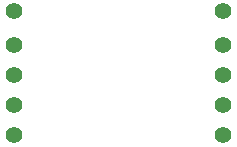
<source format=gbs>
G04 (created by PCBNEW (2013-07-07 BZR 4022)-stable) date 9/12/2014 12:20:54 AM*
%MOIN*%
G04 Gerber Fmt 3.4, Leading zero omitted, Abs format*
%FSLAX34Y34*%
G01*
G70*
G90*
G04 APERTURE LIST*
%ADD10C,0.00590551*%
%ADD11C,0.055*%
G04 APERTURE END LIST*
G54D10*
G54D11*
X77655Y-56730D03*
X77655Y-57730D03*
X77655Y-58730D03*
X77655Y-59730D03*
X84626Y-59730D03*
X84626Y-58730D03*
X84626Y-57730D03*
X84626Y-56730D03*
X84626Y-55601D03*
X77660Y-55601D03*
M02*

</source>
